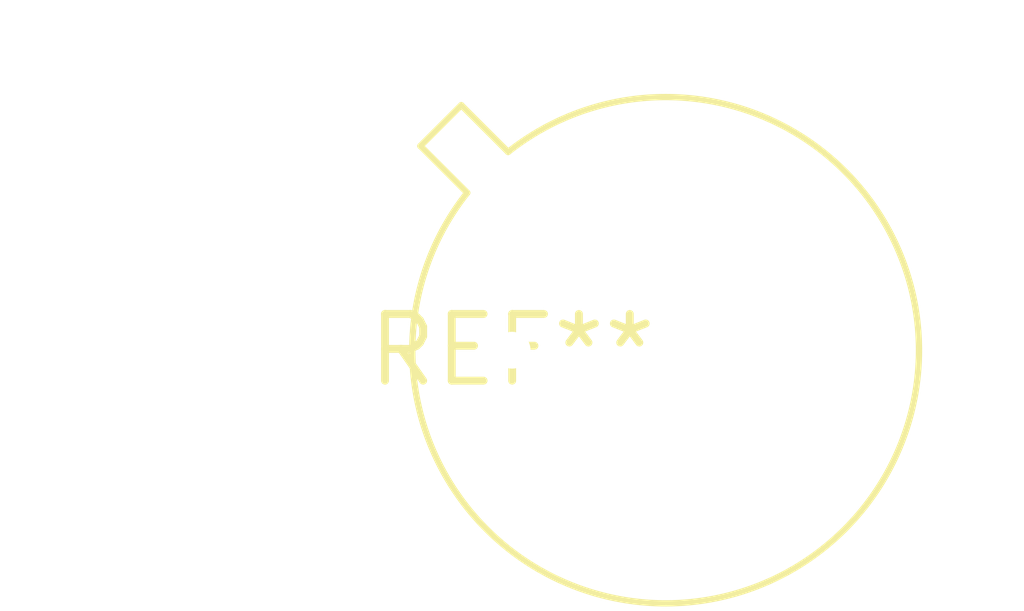
<source format=kicad_pcb>
(kicad_pcb (version 20240108) (generator pcbnew)
  (layers (0 "F.Cu" signal) (31 "B.Cu" signal) (34 "B.Paste" user) (35 "F.Paste" user) (36 "B.SilkS" user "B.Silkscreen") (37 "F.SilkS" user "F.Silkscreen") (38 "B.Mask" user) (39 "F.Mask" user) (44 "Edge.Cuts" user))
  (net 0 "")
  (footprint "TO-100-10_Window" (layer "F.Cu") (at 0 0)
    (property "Reference" "REF**")
    (property "Value" "TO-100-10_Window")
    (fp_line (start -1.745856 -3.888039) (end -0.854902 -2.997084) (layer "F.SilkS") (stroke (width 0.12)))
    (fp_line (start -0.968039 -4.665856) (end -1.745856 -3.888039) (layer "F.SilkS") (stroke (width 0.12)))
    (fp_line (start -0.077084 -3.774902) (end -0.968039 -4.665856) (layer "F.SilkS") (stroke (width 0.12)))
    (fp_arc (start -0.077084 -3.774902) (mid 6.328125 3.408384) (end -0.854674 -2.997371) (layer "F.SilkS") (stroke (width 0.12)))
    (pad "1" thru_hole oval (at 0 0) (size 1.6 1.2) (drill 0.7) (layers *.Cu *.Mask) (remove_unused_layers))
    (pad "2" thru_hole oval (at 0.55767 1.716333) (size 1.2 1.2) (drill 0.7) (layers *.Cu *.Mask) (remove_unused_layers))
    (pad "3" thru_hole oval (at 2.01767 2.777085) (size 1.2 1.2) (drill 0.7) (layers *.Cu *.Mask) (remove_unused_layers))
    (pad "4" thru_hole oval (at 3.82233 2.777085) (size 1.2 1.2) (drill 0.7) (layers *.Cu *.Mask) (remove_unused_layers))
    (pad "5" thru_hole oval (at 5.28233 1.716333) (size 1.2 1.2) (drill 0.7) (layers *.Cu *.Mask) (remove_unused_layers))
    (pad "6" thru_hole oval (at 5.84 0) (size 1.2 1.2) (drill 0.7) (layers *.Cu *.Mask) (remove_unused_layers))
    (pad "7" thru_hole oval (at 5.28233 -1.716333) (size 1.2 1.2) (drill 0.7) (layers *.Cu *.Mask) (remove_unused_layers))
    (pad "8" thru_hole oval (at 3.82233 -2.777085) (size 1.2 1.2) (drill 0.7) (layers *.Cu *.Mask) (remove_unused_layers))
    (pad "9" thru_hole oval (at 2.01767 -2.777085) (size 1.2 1.2) (drill 0.7) (layers *.Cu *.Mask) (remove_unused_layers))
    (pad "10" thru_hole oval (at 0.55767 -1.716333) (size 1.2 1.2) (drill 0.7) (layers *.Cu *.Mask) (remove_unused_layers))
  )
)
</source>
